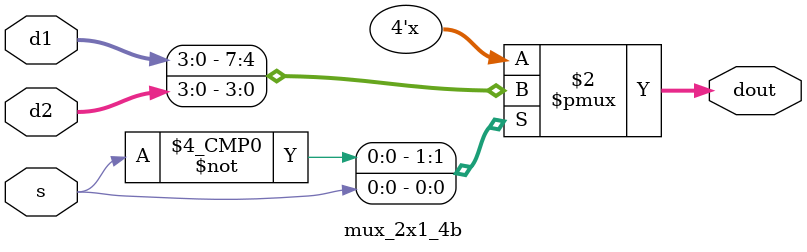
<source format=v>
module mux_2x1_4b(dout,d1,d2,s);
	output reg [3:0] dout;
	input [3:0] d1,d2;
	input s;
	always @(*)
		begin
			case (s)
				1'b0: dout<=d1;
				1'b1: dout<=d2;
				default: dout<=4'd0;
			endcase
		end
endmodule
</source>
